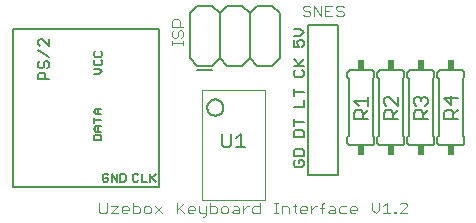
<source format=gto>
G04 EAGLE Gerber RS-274X export*
G75*
%MOMM*%
%FSLAX34Y34*%
%LPD*%
%INSilkscreen Top*%
%IPPOS*%
%AMOC8*
5,1,8,0,0,1.08239X$1,22.5*%
G01*
%ADD10C,0.101600*%
%ADD11C,0.127000*%
%ADD12C,0.152400*%
%ADD13C,0.203200*%
%ADD14C,0.120000*%
%ADD15R,0.609600X0.863600*%


D10*
X236713Y180000D02*
X235188Y181525D01*
X232138Y181525D01*
X230612Y180000D01*
X230612Y178474D01*
X232138Y176949D01*
X235188Y176949D01*
X236713Y175424D01*
X236713Y173898D01*
X235188Y172373D01*
X232138Y172373D01*
X230612Y173898D01*
X239967Y172373D02*
X239967Y181525D01*
X246069Y172373D01*
X246069Y181525D01*
X249323Y181525D02*
X255424Y181525D01*
X249323Y181525D02*
X249323Y172373D01*
X255424Y172373D01*
X252373Y176949D02*
X249323Y176949D01*
X263254Y181525D02*
X264779Y180000D01*
X263254Y181525D02*
X260203Y181525D01*
X258678Y180000D01*
X258678Y178474D01*
X260203Y176949D01*
X263254Y176949D01*
X264779Y175424D01*
X264779Y173898D01*
X263254Y172373D01*
X260203Y172373D01*
X258678Y173898D01*
D11*
X65451Y37998D02*
X64328Y39121D01*
X62083Y39121D01*
X60960Y37998D01*
X60960Y33508D01*
X62083Y32385D01*
X64328Y32385D01*
X65451Y33508D01*
X65451Y35753D01*
X63205Y35753D01*
X68326Y32385D02*
X68326Y39121D01*
X72817Y32385D01*
X72817Y39121D01*
X75693Y39121D02*
X75693Y32385D01*
X79060Y32385D01*
X80183Y33508D01*
X80183Y37998D01*
X79060Y39121D01*
X75693Y39121D01*
X57970Y123636D02*
X53479Y123636D01*
X57970Y123636D02*
X60215Y125881D01*
X57970Y128127D01*
X53479Y128127D01*
X53479Y134370D02*
X54602Y135493D01*
X53479Y134370D02*
X53479Y132125D01*
X54602Y131002D01*
X59092Y131002D01*
X60215Y132125D01*
X60215Y134370D01*
X59092Y135493D01*
X53479Y141737D02*
X54602Y142859D01*
X53479Y141737D02*
X53479Y139491D01*
X54602Y138369D01*
X59092Y138369D01*
X60215Y139491D01*
X60215Y141737D01*
X59092Y142859D01*
X59840Y67445D02*
X53104Y67445D01*
X59840Y67445D02*
X59840Y70813D01*
X58717Y71935D01*
X54227Y71935D01*
X53104Y70813D01*
X53104Y67445D01*
X55350Y74811D02*
X59840Y74811D01*
X55350Y74811D02*
X53104Y77056D01*
X55350Y79302D01*
X59840Y79302D01*
X56472Y79302D02*
X56472Y74811D01*
X59840Y84423D02*
X53104Y84423D01*
X53104Y86668D02*
X53104Y82177D01*
X55350Y89544D02*
X59840Y89544D01*
X55350Y89544D02*
X53104Y91789D01*
X55350Y94034D01*
X59840Y94034D01*
X56472Y94034D02*
X56472Y89544D01*
X89728Y39121D02*
X90851Y37998D01*
X89728Y39121D02*
X87483Y39121D01*
X86360Y37998D01*
X86360Y33508D01*
X87483Y32385D01*
X89728Y32385D01*
X90851Y33508D01*
X93726Y32385D02*
X93726Y39121D01*
X93726Y32385D02*
X98217Y32385D01*
X101093Y32385D02*
X101093Y39121D01*
X105583Y39121D02*
X101093Y34630D01*
X102215Y35753D02*
X105583Y32385D01*
D10*
X58133Y14660D02*
X58133Y7033D01*
X59658Y5508D01*
X62709Y5508D01*
X64234Y7033D01*
X64234Y14660D01*
X67488Y11609D02*
X73589Y11609D01*
X67488Y5508D01*
X73589Y5508D01*
X78369Y5508D02*
X81419Y5508D01*
X78369Y5508D02*
X76843Y7033D01*
X76843Y10084D01*
X78369Y11609D01*
X81419Y11609D01*
X82945Y10084D01*
X82945Y8559D01*
X76843Y8559D01*
X86199Y5508D02*
X86199Y14660D01*
X86199Y5508D02*
X90774Y5508D01*
X92300Y7033D01*
X92300Y10084D01*
X90774Y11609D01*
X86199Y11609D01*
X97079Y5508D02*
X100130Y5508D01*
X101655Y7033D01*
X101655Y10084D01*
X100130Y11609D01*
X97079Y11609D01*
X95554Y10084D01*
X95554Y7033D01*
X97079Y5508D01*
X104909Y11609D02*
X111010Y5508D01*
X104909Y5508D02*
X111010Y11609D01*
X123619Y14660D02*
X123619Y5508D01*
X123619Y8559D02*
X129721Y14660D01*
X125145Y10084D02*
X129721Y5508D01*
X134500Y5508D02*
X137550Y5508D01*
X134500Y5508D02*
X132975Y7033D01*
X132975Y10084D01*
X134500Y11609D01*
X137550Y11609D01*
X139076Y10084D01*
X139076Y8559D01*
X132975Y8559D01*
X142330Y7033D02*
X142330Y11609D01*
X142330Y7033D02*
X143855Y5508D01*
X148431Y5508D01*
X148431Y3983D02*
X148431Y11609D01*
X148431Y3983D02*
X146906Y2457D01*
X145380Y2457D01*
X151685Y5508D02*
X151685Y14660D01*
X151685Y5508D02*
X156261Y5508D01*
X157786Y7033D01*
X157786Y10084D01*
X156261Y11609D01*
X151685Y11609D01*
X162565Y5508D02*
X165616Y5508D01*
X167141Y7033D01*
X167141Y10084D01*
X165616Y11609D01*
X162565Y11609D01*
X161040Y10084D01*
X161040Y7033D01*
X162565Y5508D01*
X171921Y11609D02*
X174971Y11609D01*
X176496Y10084D01*
X176496Y5508D01*
X171921Y5508D01*
X170395Y7033D01*
X171921Y8559D01*
X176496Y8559D01*
X179750Y11609D02*
X179750Y5508D01*
X179750Y8559D02*
X182801Y11609D01*
X184326Y11609D01*
X193648Y14660D02*
X193648Y5508D01*
X189072Y5508D01*
X187546Y7033D01*
X187546Y10084D01*
X189072Y11609D01*
X193648Y11609D01*
X206257Y5508D02*
X209307Y5508D01*
X207782Y5508D02*
X207782Y14660D01*
X206257Y14660D02*
X209307Y14660D01*
X212494Y11609D02*
X212494Y5508D01*
X212494Y11609D02*
X217069Y11609D01*
X218595Y10084D01*
X218595Y5508D01*
X223374Y7033D02*
X223374Y13135D01*
X223374Y7033D02*
X224899Y5508D01*
X224899Y11609D02*
X221849Y11609D01*
X229611Y5508D02*
X232661Y5508D01*
X229611Y5508D02*
X228086Y7033D01*
X228086Y10084D01*
X229611Y11609D01*
X232661Y11609D01*
X234187Y10084D01*
X234187Y8559D01*
X228086Y8559D01*
X237441Y5508D02*
X237441Y11609D01*
X237441Y8559D02*
X240491Y11609D01*
X242017Y11609D01*
X246762Y13135D02*
X246762Y5508D01*
X246762Y13135D02*
X248287Y14660D01*
X248287Y10084D02*
X245237Y10084D01*
X252999Y11609D02*
X256049Y11609D01*
X257575Y10084D01*
X257575Y5508D01*
X252999Y5508D01*
X251473Y7033D01*
X252999Y8559D01*
X257575Y8559D01*
X262354Y11609D02*
X266930Y11609D01*
X262354Y11609D02*
X260829Y10084D01*
X260829Y7033D01*
X262354Y5508D01*
X266930Y5508D01*
X271709Y5508D02*
X274760Y5508D01*
X271709Y5508D02*
X270184Y7033D01*
X270184Y10084D01*
X271709Y11609D01*
X274760Y11609D01*
X276285Y10084D01*
X276285Y8559D01*
X270184Y8559D01*
X288894Y8559D02*
X288894Y14660D01*
X288894Y8559D02*
X291945Y5508D01*
X294995Y8559D01*
X294995Y14660D01*
X298249Y11609D02*
X301300Y14660D01*
X301300Y5508D01*
X298249Y5508D02*
X304351Y5508D01*
X307605Y5508D02*
X307605Y7033D01*
X309130Y7033D01*
X309130Y5508D01*
X307605Y5508D01*
X312282Y5508D02*
X318383Y5508D01*
X312282Y5508D02*
X318383Y11609D01*
X318383Y13135D01*
X316858Y14660D01*
X313807Y14660D01*
X312282Y13135D01*
D12*
X223944Y50868D02*
X222530Y49454D01*
X222530Y46626D01*
X223944Y45212D01*
X229599Y45212D01*
X231013Y46626D01*
X231013Y49454D01*
X229599Y50868D01*
X226771Y50868D01*
X226771Y48040D01*
X222530Y54420D02*
X231013Y54420D01*
X231013Y58661D01*
X229599Y60075D01*
X223944Y60075D01*
X222530Y58661D01*
X222530Y54420D01*
X222530Y70612D02*
X231013Y70612D01*
X231013Y74854D01*
X229599Y76268D01*
X223944Y76268D01*
X222530Y74854D01*
X222530Y70612D01*
X222530Y82648D02*
X231013Y82648D01*
X222530Y79820D02*
X222530Y85475D01*
X222530Y96012D02*
X231013Y96012D01*
X231013Y101668D01*
X231013Y108048D02*
X222530Y108048D01*
X222530Y110875D02*
X222530Y105220D01*
X222530Y125654D02*
X223944Y127068D01*
X222530Y125654D02*
X222530Y122826D01*
X223944Y121412D01*
X229599Y121412D01*
X231013Y122826D01*
X231013Y125654D01*
X229599Y127068D01*
X231013Y130620D02*
X222530Y130620D01*
X228185Y130620D02*
X222530Y136275D01*
X226771Y132034D02*
X231013Y136275D01*
X222530Y146812D02*
X222530Y152468D01*
X222530Y146812D02*
X226771Y146812D01*
X225358Y149640D01*
X225358Y151054D01*
X226771Y152468D01*
X229599Y152468D01*
X231013Y151054D01*
X231013Y148226D01*
X229599Y146812D01*
X228185Y156020D02*
X222530Y156020D01*
X228185Y156020D02*
X231013Y158848D01*
X228185Y161675D01*
X222530Y161675D01*
D13*
X140975Y130475D02*
X134625Y136825D01*
X153675Y130475D02*
X160025Y136825D01*
X166375Y130475D01*
X179075Y130475D02*
X185425Y136825D01*
X191775Y130475D01*
X204475Y130475D02*
X210825Y136825D01*
X134625Y136825D02*
X134625Y174925D01*
X140975Y181275D01*
X153675Y181275D01*
X160025Y174925D01*
X166375Y181275D01*
X179075Y181275D01*
X185425Y174925D01*
X191775Y181275D01*
X204475Y181275D01*
X210825Y174925D01*
X160025Y174925D02*
X160025Y136825D01*
X185425Y136825D02*
X185425Y174925D01*
X210825Y174925D02*
X210825Y136825D01*
X204475Y130475D02*
X191775Y130475D01*
X179075Y130475D02*
X166375Y130475D01*
X153675Y130475D02*
X140975Y130475D01*
X140975Y127125D02*
X153675Y127125D01*
D10*
X129027Y148136D02*
X129027Y151186D01*
X129027Y149661D02*
X119875Y149661D01*
X119875Y148136D02*
X119875Y151186D01*
X119875Y158949D02*
X121401Y160474D01*
X119875Y158949D02*
X119875Y155898D01*
X121401Y154373D01*
X122926Y154373D01*
X124451Y155898D01*
X124451Y158949D01*
X125976Y160474D01*
X127502Y160474D01*
X129027Y158949D01*
X129027Y155898D01*
X127502Y154373D01*
X129027Y163728D02*
X119875Y163728D01*
X119875Y168304D01*
X121401Y169829D01*
X124451Y169829D01*
X125976Y168304D01*
X125976Y163728D01*
D13*
X108550Y28000D02*
X-15450Y28000D01*
X-15450Y162000D02*
X108550Y162000D01*
X-15450Y162000D02*
X-15450Y28000D01*
X108550Y28000D02*
X108550Y162000D01*
D12*
X15138Y119062D02*
X6495Y119062D01*
X6495Y123384D01*
X7935Y124824D01*
X10816Y124824D01*
X12257Y123384D01*
X12257Y119062D01*
X6495Y132739D02*
X7935Y134179D01*
X6495Y132739D02*
X6495Y129858D01*
X7935Y128417D01*
X9376Y128417D01*
X10816Y129858D01*
X10816Y132739D01*
X12257Y134179D01*
X13697Y134179D01*
X15138Y132739D01*
X15138Y129858D01*
X13697Y128417D01*
X15138Y137772D02*
X6495Y143535D01*
X15138Y147128D02*
X15138Y152890D01*
X15138Y147128D02*
X9376Y152890D01*
X7935Y152890D01*
X6495Y151449D01*
X6495Y148568D01*
X7935Y147128D01*
D11*
X234950Y165100D02*
X234950Y38100D01*
X234950Y165100D02*
X260350Y165100D01*
X260350Y38100D01*
X234950Y38100D01*
X149371Y95250D02*
X149373Y95418D01*
X149379Y95586D01*
X149390Y95753D01*
X149404Y95920D01*
X149422Y96087D01*
X149445Y96253D01*
X149472Y96419D01*
X149502Y96584D01*
X149537Y96748D01*
X149576Y96912D01*
X149619Y97074D01*
X149665Y97235D01*
X149716Y97395D01*
X149771Y97554D01*
X149829Y97711D01*
X149892Y97867D01*
X149958Y98021D01*
X150028Y98174D01*
X150101Y98325D01*
X150179Y98474D01*
X150259Y98621D01*
X150344Y98766D01*
X150432Y98909D01*
X150524Y99050D01*
X150619Y99188D01*
X150717Y99324D01*
X150818Y99458D01*
X150923Y99589D01*
X151031Y99717D01*
X151143Y99843D01*
X151257Y99966D01*
X151374Y100086D01*
X151494Y100203D01*
X151617Y100317D01*
X151743Y100429D01*
X151871Y100537D01*
X152002Y100642D01*
X152136Y100743D01*
X152272Y100841D01*
X152410Y100936D01*
X152551Y101028D01*
X152694Y101116D01*
X152839Y101201D01*
X152986Y101281D01*
X153135Y101359D01*
X153286Y101432D01*
X153439Y101502D01*
X153593Y101568D01*
X153749Y101631D01*
X153906Y101689D01*
X154065Y101744D01*
X154225Y101795D01*
X154386Y101841D01*
X154548Y101884D01*
X154712Y101923D01*
X154876Y101958D01*
X155041Y101988D01*
X155207Y102015D01*
X155373Y102038D01*
X155540Y102056D01*
X155707Y102070D01*
X155874Y102081D01*
X156042Y102087D01*
X156210Y102089D01*
X156378Y102087D01*
X156546Y102081D01*
X156713Y102070D01*
X156880Y102056D01*
X157047Y102038D01*
X157213Y102015D01*
X157379Y101988D01*
X157544Y101958D01*
X157708Y101923D01*
X157872Y101884D01*
X158034Y101841D01*
X158195Y101795D01*
X158355Y101744D01*
X158514Y101689D01*
X158671Y101631D01*
X158827Y101568D01*
X158981Y101502D01*
X159134Y101432D01*
X159285Y101359D01*
X159434Y101281D01*
X159581Y101201D01*
X159726Y101116D01*
X159869Y101028D01*
X160010Y100936D01*
X160148Y100841D01*
X160284Y100743D01*
X160418Y100642D01*
X160549Y100537D01*
X160677Y100429D01*
X160803Y100317D01*
X160926Y100203D01*
X161046Y100086D01*
X161163Y99966D01*
X161277Y99843D01*
X161389Y99717D01*
X161497Y99589D01*
X161602Y99458D01*
X161703Y99324D01*
X161801Y99188D01*
X161896Y99050D01*
X161988Y98909D01*
X162076Y98766D01*
X162161Y98621D01*
X162241Y98474D01*
X162319Y98325D01*
X162392Y98174D01*
X162462Y98021D01*
X162528Y97867D01*
X162591Y97711D01*
X162649Y97554D01*
X162704Y97395D01*
X162755Y97235D01*
X162801Y97074D01*
X162844Y96912D01*
X162883Y96748D01*
X162918Y96584D01*
X162948Y96419D01*
X162975Y96253D01*
X162998Y96087D01*
X163016Y95920D01*
X163030Y95753D01*
X163041Y95586D01*
X163047Y95418D01*
X163049Y95250D01*
X163047Y95082D01*
X163041Y94914D01*
X163030Y94747D01*
X163016Y94580D01*
X162998Y94413D01*
X162975Y94247D01*
X162948Y94081D01*
X162918Y93916D01*
X162883Y93752D01*
X162844Y93588D01*
X162801Y93426D01*
X162755Y93265D01*
X162704Y93105D01*
X162649Y92946D01*
X162591Y92789D01*
X162528Y92633D01*
X162462Y92479D01*
X162392Y92326D01*
X162319Y92175D01*
X162241Y92026D01*
X162161Y91879D01*
X162076Y91734D01*
X161988Y91591D01*
X161896Y91450D01*
X161801Y91312D01*
X161703Y91176D01*
X161602Y91042D01*
X161497Y90911D01*
X161389Y90783D01*
X161277Y90657D01*
X161163Y90534D01*
X161046Y90414D01*
X160926Y90297D01*
X160803Y90183D01*
X160677Y90071D01*
X160549Y89963D01*
X160418Y89858D01*
X160284Y89757D01*
X160148Y89659D01*
X160010Y89564D01*
X159869Y89472D01*
X159726Y89384D01*
X159581Y89299D01*
X159434Y89219D01*
X159285Y89141D01*
X159134Y89068D01*
X158981Y88998D01*
X158827Y88932D01*
X158671Y88869D01*
X158514Y88811D01*
X158355Y88756D01*
X158195Y88705D01*
X158034Y88659D01*
X157872Y88616D01*
X157708Y88577D01*
X157544Y88542D01*
X157379Y88512D01*
X157213Y88485D01*
X157047Y88462D01*
X156880Y88444D01*
X156713Y88430D01*
X156546Y88419D01*
X156378Y88413D01*
X156210Y88411D01*
X156042Y88413D01*
X155874Y88419D01*
X155707Y88430D01*
X155540Y88444D01*
X155373Y88462D01*
X155207Y88485D01*
X155041Y88512D01*
X154876Y88542D01*
X154712Y88577D01*
X154548Y88616D01*
X154386Y88659D01*
X154225Y88705D01*
X154065Y88756D01*
X153906Y88811D01*
X153749Y88869D01*
X153593Y88932D01*
X153439Y88998D01*
X153286Y89068D01*
X153135Y89141D01*
X152986Y89219D01*
X152839Y89299D01*
X152694Y89384D01*
X152551Y89472D01*
X152410Y89564D01*
X152272Y89659D01*
X152136Y89757D01*
X152002Y89858D01*
X151871Y89963D01*
X151743Y90071D01*
X151617Y90183D01*
X151494Y90297D01*
X151374Y90414D01*
X151257Y90534D01*
X151143Y90657D01*
X151031Y90783D01*
X150923Y90911D01*
X150818Y91042D01*
X150717Y91176D01*
X150619Y91312D01*
X150524Y91450D01*
X150432Y91591D01*
X150344Y91734D01*
X150259Y91879D01*
X150179Y92026D01*
X150101Y92175D01*
X150028Y92326D01*
X149958Y92479D01*
X149892Y92633D01*
X149829Y92789D01*
X149771Y92946D01*
X149716Y93105D01*
X149665Y93265D01*
X149619Y93426D01*
X149576Y93588D01*
X149537Y93752D01*
X149502Y93916D01*
X149472Y94081D01*
X149445Y94247D01*
X149422Y94413D01*
X149404Y94580D01*
X149390Y94747D01*
X149379Y94914D01*
X149373Y95082D01*
X149371Y95250D01*
D14*
X144800Y17145D02*
X198100Y17145D01*
X144800Y17145D02*
X144800Y109855D01*
X198100Y109855D01*
X198100Y17145D01*
D11*
X162085Y63342D02*
X162085Y72875D01*
X162085Y63342D02*
X163992Y61435D01*
X167805Y61435D01*
X169712Y63342D01*
X169712Y72875D01*
X173779Y69062D02*
X177592Y72875D01*
X177592Y61435D01*
X173779Y61435D02*
X181405Y61435D01*
D12*
X293370Y66040D02*
X293372Y65940D01*
X293378Y65841D01*
X293388Y65741D01*
X293401Y65643D01*
X293419Y65544D01*
X293440Y65447D01*
X293465Y65351D01*
X293494Y65255D01*
X293527Y65161D01*
X293563Y65068D01*
X293603Y64977D01*
X293647Y64887D01*
X293694Y64799D01*
X293744Y64713D01*
X293798Y64629D01*
X293855Y64547D01*
X293915Y64468D01*
X293979Y64390D01*
X294045Y64316D01*
X294114Y64244D01*
X294186Y64175D01*
X294260Y64109D01*
X294338Y64045D01*
X294417Y63985D01*
X294499Y63928D01*
X294583Y63874D01*
X294669Y63824D01*
X294757Y63777D01*
X294847Y63733D01*
X294938Y63693D01*
X295031Y63657D01*
X295125Y63624D01*
X295221Y63595D01*
X295317Y63570D01*
X295414Y63549D01*
X295513Y63531D01*
X295611Y63518D01*
X295711Y63508D01*
X295810Y63502D01*
X295910Y63500D01*
X313690Y63500D02*
X313790Y63502D01*
X313889Y63508D01*
X313989Y63518D01*
X314087Y63531D01*
X314186Y63549D01*
X314283Y63570D01*
X314379Y63595D01*
X314475Y63624D01*
X314569Y63657D01*
X314662Y63693D01*
X314753Y63733D01*
X314843Y63777D01*
X314931Y63824D01*
X315017Y63874D01*
X315101Y63928D01*
X315183Y63985D01*
X315262Y64045D01*
X315340Y64109D01*
X315414Y64175D01*
X315486Y64244D01*
X315555Y64316D01*
X315621Y64390D01*
X315685Y64468D01*
X315745Y64547D01*
X315802Y64629D01*
X315856Y64713D01*
X315906Y64799D01*
X315953Y64887D01*
X315997Y64977D01*
X316037Y65068D01*
X316073Y65161D01*
X316106Y65255D01*
X316135Y65351D01*
X316160Y65447D01*
X316181Y65544D01*
X316199Y65643D01*
X316212Y65741D01*
X316222Y65841D01*
X316228Y65940D01*
X316230Y66040D01*
X316230Y124460D02*
X316228Y124560D01*
X316222Y124659D01*
X316212Y124759D01*
X316199Y124857D01*
X316181Y124956D01*
X316160Y125053D01*
X316135Y125149D01*
X316106Y125245D01*
X316073Y125339D01*
X316037Y125432D01*
X315997Y125523D01*
X315953Y125613D01*
X315906Y125701D01*
X315856Y125787D01*
X315802Y125871D01*
X315745Y125953D01*
X315685Y126032D01*
X315621Y126110D01*
X315555Y126184D01*
X315486Y126256D01*
X315414Y126325D01*
X315340Y126391D01*
X315262Y126455D01*
X315183Y126515D01*
X315101Y126572D01*
X315017Y126626D01*
X314931Y126676D01*
X314843Y126723D01*
X314753Y126767D01*
X314662Y126807D01*
X314569Y126843D01*
X314475Y126876D01*
X314379Y126905D01*
X314283Y126930D01*
X314186Y126951D01*
X314087Y126969D01*
X313989Y126982D01*
X313889Y126992D01*
X313790Y126998D01*
X313690Y127000D01*
X295910Y127000D02*
X295810Y126998D01*
X295711Y126992D01*
X295611Y126982D01*
X295513Y126969D01*
X295414Y126951D01*
X295317Y126930D01*
X295221Y126905D01*
X295125Y126876D01*
X295031Y126843D01*
X294938Y126807D01*
X294847Y126767D01*
X294757Y126723D01*
X294669Y126676D01*
X294583Y126626D01*
X294499Y126572D01*
X294417Y126515D01*
X294338Y126455D01*
X294260Y126391D01*
X294186Y126325D01*
X294114Y126256D01*
X294045Y126184D01*
X293979Y126110D01*
X293915Y126032D01*
X293855Y125953D01*
X293798Y125871D01*
X293744Y125787D01*
X293694Y125701D01*
X293647Y125613D01*
X293603Y125523D01*
X293563Y125432D01*
X293527Y125339D01*
X293494Y125245D01*
X293465Y125149D01*
X293440Y125053D01*
X293419Y124956D01*
X293401Y124857D01*
X293388Y124759D01*
X293378Y124659D01*
X293372Y124560D01*
X293370Y124460D01*
X295910Y63500D02*
X313690Y63500D01*
X293370Y66040D02*
X293370Y69850D01*
X294640Y71120D01*
X316230Y69850D02*
X316230Y66040D01*
X316230Y69850D02*
X314960Y71120D01*
X294640Y119380D02*
X293370Y120650D01*
X294640Y119380D02*
X294640Y71120D01*
X314960Y119380D02*
X316230Y120650D01*
X314960Y119380D02*
X314960Y71120D01*
X293370Y120650D02*
X293370Y124460D01*
X316230Y124460D02*
X316230Y120650D01*
X313690Y127000D02*
X295910Y127000D01*
D15*
X304800Y131318D03*
X304800Y59182D03*
D11*
X310515Y85197D02*
X299075Y85197D01*
X299075Y90917D01*
X300982Y92824D01*
X304795Y92824D01*
X306702Y90917D01*
X306702Y85197D01*
X306702Y89010D02*
X310515Y92824D01*
X310515Y96891D02*
X310515Y104518D01*
X302889Y104518D02*
X310515Y96891D01*
X302889Y104518D02*
X300982Y104518D01*
X299075Y102611D01*
X299075Y98798D01*
X300982Y96891D01*
D12*
X267970Y66040D02*
X267972Y65940D01*
X267978Y65841D01*
X267988Y65741D01*
X268001Y65643D01*
X268019Y65544D01*
X268040Y65447D01*
X268065Y65351D01*
X268094Y65255D01*
X268127Y65161D01*
X268163Y65068D01*
X268203Y64977D01*
X268247Y64887D01*
X268294Y64799D01*
X268344Y64713D01*
X268398Y64629D01*
X268455Y64547D01*
X268515Y64468D01*
X268579Y64390D01*
X268645Y64316D01*
X268714Y64244D01*
X268786Y64175D01*
X268860Y64109D01*
X268938Y64045D01*
X269017Y63985D01*
X269099Y63928D01*
X269183Y63874D01*
X269269Y63824D01*
X269357Y63777D01*
X269447Y63733D01*
X269538Y63693D01*
X269631Y63657D01*
X269725Y63624D01*
X269821Y63595D01*
X269917Y63570D01*
X270014Y63549D01*
X270113Y63531D01*
X270211Y63518D01*
X270311Y63508D01*
X270410Y63502D01*
X270510Y63500D01*
X288290Y63500D02*
X288390Y63502D01*
X288489Y63508D01*
X288589Y63518D01*
X288687Y63531D01*
X288786Y63549D01*
X288883Y63570D01*
X288979Y63595D01*
X289075Y63624D01*
X289169Y63657D01*
X289262Y63693D01*
X289353Y63733D01*
X289443Y63777D01*
X289531Y63824D01*
X289617Y63874D01*
X289701Y63928D01*
X289783Y63985D01*
X289862Y64045D01*
X289940Y64109D01*
X290014Y64175D01*
X290086Y64244D01*
X290155Y64316D01*
X290221Y64390D01*
X290285Y64468D01*
X290345Y64547D01*
X290402Y64629D01*
X290456Y64713D01*
X290506Y64799D01*
X290553Y64887D01*
X290597Y64977D01*
X290637Y65068D01*
X290673Y65161D01*
X290706Y65255D01*
X290735Y65351D01*
X290760Y65447D01*
X290781Y65544D01*
X290799Y65643D01*
X290812Y65741D01*
X290822Y65841D01*
X290828Y65940D01*
X290830Y66040D01*
X290830Y124460D02*
X290828Y124560D01*
X290822Y124659D01*
X290812Y124759D01*
X290799Y124857D01*
X290781Y124956D01*
X290760Y125053D01*
X290735Y125149D01*
X290706Y125245D01*
X290673Y125339D01*
X290637Y125432D01*
X290597Y125523D01*
X290553Y125613D01*
X290506Y125701D01*
X290456Y125787D01*
X290402Y125871D01*
X290345Y125953D01*
X290285Y126032D01*
X290221Y126110D01*
X290155Y126184D01*
X290086Y126256D01*
X290014Y126325D01*
X289940Y126391D01*
X289862Y126455D01*
X289783Y126515D01*
X289701Y126572D01*
X289617Y126626D01*
X289531Y126676D01*
X289443Y126723D01*
X289353Y126767D01*
X289262Y126807D01*
X289169Y126843D01*
X289075Y126876D01*
X288979Y126905D01*
X288883Y126930D01*
X288786Y126951D01*
X288687Y126969D01*
X288589Y126982D01*
X288489Y126992D01*
X288390Y126998D01*
X288290Y127000D01*
X270510Y127000D02*
X270410Y126998D01*
X270311Y126992D01*
X270211Y126982D01*
X270113Y126969D01*
X270014Y126951D01*
X269917Y126930D01*
X269821Y126905D01*
X269725Y126876D01*
X269631Y126843D01*
X269538Y126807D01*
X269447Y126767D01*
X269357Y126723D01*
X269269Y126676D01*
X269183Y126626D01*
X269099Y126572D01*
X269017Y126515D01*
X268938Y126455D01*
X268860Y126391D01*
X268786Y126325D01*
X268714Y126256D01*
X268645Y126184D01*
X268579Y126110D01*
X268515Y126032D01*
X268455Y125953D01*
X268398Y125871D01*
X268344Y125787D01*
X268294Y125701D01*
X268247Y125613D01*
X268203Y125523D01*
X268163Y125432D01*
X268127Y125339D01*
X268094Y125245D01*
X268065Y125149D01*
X268040Y125053D01*
X268019Y124956D01*
X268001Y124857D01*
X267988Y124759D01*
X267978Y124659D01*
X267972Y124560D01*
X267970Y124460D01*
X270510Y63500D02*
X288290Y63500D01*
X267970Y66040D02*
X267970Y69850D01*
X269240Y71120D01*
X290830Y69850D02*
X290830Y66040D01*
X290830Y69850D02*
X289560Y71120D01*
X269240Y119380D02*
X267970Y120650D01*
X269240Y119380D02*
X269240Y71120D01*
X289560Y119380D02*
X290830Y120650D01*
X289560Y119380D02*
X289560Y71120D01*
X267970Y120650D02*
X267970Y124460D01*
X290830Y124460D02*
X290830Y120650D01*
X288290Y127000D02*
X270510Y127000D01*
D15*
X279400Y131318D03*
X279400Y59182D03*
D11*
X285115Y85197D02*
X273675Y85197D01*
X273675Y90917D01*
X275582Y92824D01*
X279395Y92824D01*
X281302Y90917D01*
X281302Y85197D01*
X281302Y89010D02*
X285115Y92824D01*
X277489Y96891D02*
X273675Y100704D01*
X285115Y100704D01*
X285115Y96891D02*
X285115Y104518D01*
D12*
X318770Y66040D02*
X318772Y65940D01*
X318778Y65841D01*
X318788Y65741D01*
X318801Y65643D01*
X318819Y65544D01*
X318840Y65447D01*
X318865Y65351D01*
X318894Y65255D01*
X318927Y65161D01*
X318963Y65068D01*
X319003Y64977D01*
X319047Y64887D01*
X319094Y64799D01*
X319144Y64713D01*
X319198Y64629D01*
X319255Y64547D01*
X319315Y64468D01*
X319379Y64390D01*
X319445Y64316D01*
X319514Y64244D01*
X319586Y64175D01*
X319660Y64109D01*
X319738Y64045D01*
X319817Y63985D01*
X319899Y63928D01*
X319983Y63874D01*
X320069Y63824D01*
X320157Y63777D01*
X320247Y63733D01*
X320338Y63693D01*
X320431Y63657D01*
X320525Y63624D01*
X320621Y63595D01*
X320717Y63570D01*
X320814Y63549D01*
X320913Y63531D01*
X321011Y63518D01*
X321111Y63508D01*
X321210Y63502D01*
X321310Y63500D01*
X339090Y63500D02*
X339190Y63502D01*
X339289Y63508D01*
X339389Y63518D01*
X339487Y63531D01*
X339586Y63549D01*
X339683Y63570D01*
X339779Y63595D01*
X339875Y63624D01*
X339969Y63657D01*
X340062Y63693D01*
X340153Y63733D01*
X340243Y63777D01*
X340331Y63824D01*
X340417Y63874D01*
X340501Y63928D01*
X340583Y63985D01*
X340662Y64045D01*
X340740Y64109D01*
X340814Y64175D01*
X340886Y64244D01*
X340955Y64316D01*
X341021Y64390D01*
X341085Y64468D01*
X341145Y64547D01*
X341202Y64629D01*
X341256Y64713D01*
X341306Y64799D01*
X341353Y64887D01*
X341397Y64977D01*
X341437Y65068D01*
X341473Y65161D01*
X341506Y65255D01*
X341535Y65351D01*
X341560Y65447D01*
X341581Y65544D01*
X341599Y65643D01*
X341612Y65741D01*
X341622Y65841D01*
X341628Y65940D01*
X341630Y66040D01*
X341630Y124460D02*
X341628Y124560D01*
X341622Y124659D01*
X341612Y124759D01*
X341599Y124857D01*
X341581Y124956D01*
X341560Y125053D01*
X341535Y125149D01*
X341506Y125245D01*
X341473Y125339D01*
X341437Y125432D01*
X341397Y125523D01*
X341353Y125613D01*
X341306Y125701D01*
X341256Y125787D01*
X341202Y125871D01*
X341145Y125953D01*
X341085Y126032D01*
X341021Y126110D01*
X340955Y126184D01*
X340886Y126256D01*
X340814Y126325D01*
X340740Y126391D01*
X340662Y126455D01*
X340583Y126515D01*
X340501Y126572D01*
X340417Y126626D01*
X340331Y126676D01*
X340243Y126723D01*
X340153Y126767D01*
X340062Y126807D01*
X339969Y126843D01*
X339875Y126876D01*
X339779Y126905D01*
X339683Y126930D01*
X339586Y126951D01*
X339487Y126969D01*
X339389Y126982D01*
X339289Y126992D01*
X339190Y126998D01*
X339090Y127000D01*
X321310Y127000D02*
X321210Y126998D01*
X321111Y126992D01*
X321011Y126982D01*
X320913Y126969D01*
X320814Y126951D01*
X320717Y126930D01*
X320621Y126905D01*
X320525Y126876D01*
X320431Y126843D01*
X320338Y126807D01*
X320247Y126767D01*
X320157Y126723D01*
X320069Y126676D01*
X319983Y126626D01*
X319899Y126572D01*
X319817Y126515D01*
X319738Y126455D01*
X319660Y126391D01*
X319586Y126325D01*
X319514Y126256D01*
X319445Y126184D01*
X319379Y126110D01*
X319315Y126032D01*
X319255Y125953D01*
X319198Y125871D01*
X319144Y125787D01*
X319094Y125701D01*
X319047Y125613D01*
X319003Y125523D01*
X318963Y125432D01*
X318927Y125339D01*
X318894Y125245D01*
X318865Y125149D01*
X318840Y125053D01*
X318819Y124956D01*
X318801Y124857D01*
X318788Y124759D01*
X318778Y124659D01*
X318772Y124560D01*
X318770Y124460D01*
X321310Y63500D02*
X339090Y63500D01*
X318770Y66040D02*
X318770Y69850D01*
X320040Y71120D01*
X341630Y69850D02*
X341630Y66040D01*
X341630Y69850D02*
X340360Y71120D01*
X320040Y119380D02*
X318770Y120650D01*
X320040Y119380D02*
X320040Y71120D01*
X340360Y119380D02*
X341630Y120650D01*
X340360Y119380D02*
X340360Y71120D01*
X318770Y120650D02*
X318770Y124460D01*
X341630Y124460D02*
X341630Y120650D01*
X339090Y127000D02*
X321310Y127000D01*
D15*
X330200Y131318D03*
X330200Y59182D03*
D11*
X335915Y85197D02*
X324475Y85197D01*
X324475Y90917D01*
X326382Y92824D01*
X330195Y92824D01*
X332102Y90917D01*
X332102Y85197D01*
X332102Y89010D02*
X335915Y92824D01*
X326382Y96891D02*
X324475Y98798D01*
X324475Y102611D01*
X326382Y104518D01*
X328289Y104518D01*
X330195Y102611D01*
X330195Y100704D01*
X330195Y102611D02*
X332102Y104518D01*
X334008Y104518D01*
X335915Y102611D01*
X335915Y98798D01*
X334008Y96891D01*
D12*
X364490Y127000D02*
X364590Y126998D01*
X364689Y126992D01*
X364789Y126982D01*
X364887Y126969D01*
X364986Y126951D01*
X365083Y126930D01*
X365179Y126905D01*
X365275Y126876D01*
X365369Y126843D01*
X365462Y126807D01*
X365553Y126767D01*
X365643Y126723D01*
X365731Y126676D01*
X365817Y126626D01*
X365901Y126572D01*
X365983Y126515D01*
X366062Y126455D01*
X366140Y126391D01*
X366214Y126325D01*
X366286Y126256D01*
X366355Y126184D01*
X366421Y126110D01*
X366485Y126032D01*
X366545Y125953D01*
X366602Y125871D01*
X366656Y125787D01*
X366706Y125701D01*
X366753Y125613D01*
X366797Y125523D01*
X366837Y125432D01*
X366873Y125339D01*
X366906Y125245D01*
X366935Y125149D01*
X366960Y125053D01*
X366981Y124956D01*
X366999Y124857D01*
X367012Y124759D01*
X367022Y124659D01*
X367028Y124560D01*
X367030Y124460D01*
X346710Y127000D02*
X346610Y126998D01*
X346511Y126992D01*
X346411Y126982D01*
X346313Y126969D01*
X346214Y126951D01*
X346117Y126930D01*
X346021Y126905D01*
X345925Y126876D01*
X345831Y126843D01*
X345738Y126807D01*
X345647Y126767D01*
X345557Y126723D01*
X345469Y126676D01*
X345383Y126626D01*
X345299Y126572D01*
X345217Y126515D01*
X345138Y126455D01*
X345060Y126391D01*
X344986Y126325D01*
X344914Y126256D01*
X344845Y126184D01*
X344779Y126110D01*
X344715Y126032D01*
X344655Y125953D01*
X344598Y125871D01*
X344544Y125787D01*
X344494Y125701D01*
X344447Y125613D01*
X344403Y125523D01*
X344363Y125432D01*
X344327Y125339D01*
X344294Y125245D01*
X344265Y125149D01*
X344240Y125053D01*
X344219Y124956D01*
X344201Y124857D01*
X344188Y124759D01*
X344178Y124659D01*
X344172Y124560D01*
X344170Y124460D01*
X344170Y66040D02*
X344172Y65940D01*
X344178Y65841D01*
X344188Y65741D01*
X344201Y65643D01*
X344219Y65544D01*
X344240Y65447D01*
X344265Y65351D01*
X344294Y65255D01*
X344327Y65161D01*
X344363Y65068D01*
X344403Y64977D01*
X344447Y64887D01*
X344494Y64799D01*
X344544Y64713D01*
X344598Y64629D01*
X344655Y64547D01*
X344715Y64468D01*
X344779Y64390D01*
X344845Y64316D01*
X344914Y64244D01*
X344986Y64175D01*
X345060Y64109D01*
X345138Y64045D01*
X345217Y63985D01*
X345299Y63928D01*
X345383Y63874D01*
X345469Y63824D01*
X345557Y63777D01*
X345647Y63733D01*
X345738Y63693D01*
X345831Y63657D01*
X345925Y63624D01*
X346021Y63595D01*
X346117Y63570D01*
X346214Y63549D01*
X346313Y63531D01*
X346411Y63518D01*
X346511Y63508D01*
X346610Y63502D01*
X346710Y63500D01*
X364490Y63500D02*
X364590Y63502D01*
X364689Y63508D01*
X364789Y63518D01*
X364887Y63531D01*
X364986Y63549D01*
X365083Y63570D01*
X365179Y63595D01*
X365275Y63624D01*
X365369Y63657D01*
X365462Y63693D01*
X365553Y63733D01*
X365643Y63777D01*
X365731Y63824D01*
X365817Y63874D01*
X365901Y63928D01*
X365983Y63985D01*
X366062Y64045D01*
X366140Y64109D01*
X366214Y64175D01*
X366286Y64244D01*
X366355Y64316D01*
X366421Y64390D01*
X366485Y64468D01*
X366545Y64547D01*
X366602Y64629D01*
X366656Y64713D01*
X366706Y64799D01*
X366753Y64887D01*
X366797Y64977D01*
X366837Y65068D01*
X366873Y65161D01*
X366906Y65255D01*
X366935Y65351D01*
X366960Y65447D01*
X366981Y65544D01*
X366999Y65643D01*
X367012Y65741D01*
X367022Y65841D01*
X367028Y65940D01*
X367030Y66040D01*
X364490Y127000D02*
X346710Y127000D01*
X367030Y124460D02*
X367030Y120650D01*
X365760Y119380D01*
X344170Y120650D02*
X344170Y124460D01*
X344170Y120650D02*
X345440Y119380D01*
X365760Y71120D02*
X367030Y69850D01*
X365760Y71120D02*
X365760Y119380D01*
X345440Y71120D02*
X344170Y69850D01*
X345440Y71120D02*
X345440Y119380D01*
X367030Y69850D02*
X367030Y66040D01*
X344170Y66040D02*
X344170Y69850D01*
X346710Y63500D02*
X364490Y63500D01*
D15*
X355600Y59182D03*
X355600Y131318D03*
D11*
X350165Y85527D02*
X361605Y85527D01*
X350165Y85527D02*
X350165Y91247D01*
X352072Y93154D01*
X355885Y93154D01*
X357792Y91247D01*
X357792Y85527D01*
X357792Y89340D02*
X361605Y93154D01*
X361605Y102941D02*
X350165Y102941D01*
X355885Y97221D01*
X355885Y104848D01*
M02*

</source>
